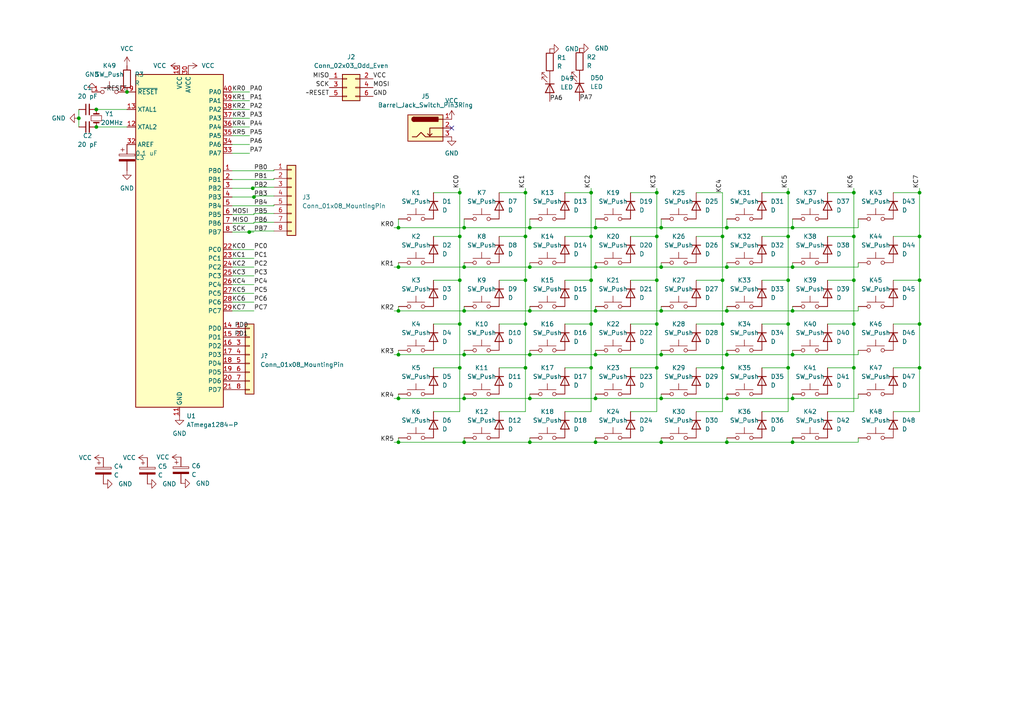
<source format=kicad_sch>
(kicad_sch (version 20211123) (generator eeschema)
  (paper "A4")
  (junction (at 247.65 106.68))
  (junction (at 229.87 90.17))
  (junction (at 22.86 34.29))
  (junction (at 210.82 115.57))
  (junction (at 210.82 128.27))
  (junction (at 152.4 93.98))
  (junction (at 171.45 106.68))
  (junction (at 73.66 57.15))
  (junction (at 228.6 81.28))
  (junction (at 152.4 68.58))
  (junction (at 228.6 55.88))
  (junction (at 229.87 66.04))
  (junction (at 266.7 81.28))
  (junction (at 191.77 66.04))
  (junction (at 172.72 66.04))
  (junction (at 209.55 81.28))
  (junction (at 133.35 55.88))
  (junction (at 115.57 90.17))
  (junction (at 209.55 106.68))
  (junction (at 247.65 68.58))
  (junction (at 115.57 77.47))
  (junction (at 172.72 102.87))
  (junction (at 228.6 93.98))
  (junction (at 171.45 93.98))
  (junction (at 210.82 90.17))
  (junction (at 171.45 81.28))
  (junction (at 134.62 90.17))
  (junction (at 152.4 55.88))
  (junction (at 247.65 55.88))
  (junction (at 266.7 93.98))
  (junction (at 134.62 102.87))
  (junction (at 172.72 128.27))
  (junction (at 27.94 31.75))
  (junction (at 171.45 55.88))
  (junction (at 210.82 66.04))
  (junction (at 191.77 77.47))
  (junction (at 229.87 77.47))
  (junction (at 133.35 68.58))
  (junction (at 115.57 66.04))
  (junction (at 229.87 115.57))
  (junction (at 115.57 102.87))
  (junction (at 134.62 77.47))
  (junction (at 190.5 81.28))
  (junction (at 73.3044 54.61))
  (junction (at 133.35 81.28))
  (junction (at 228.6 106.68))
  (junction (at 115.57 128.27))
  (junction (at 172.72 77.47))
  (junction (at 133.35 93.98))
  (junction (at 229.87 128.27))
  (junction (at 210.82 77.47))
  (junction (at 153.67 128.27))
  (junction (at 36.83 26.67))
  (junction (at 153.67 102.87))
  (junction (at 191.77 90.17))
  (junction (at 152.4 106.68))
  (junction (at 191.77 115.57))
  (junction (at 266.7 68.58))
  (junction (at 153.67 66.04))
  (junction (at 153.67 115.57))
  (junction (at 190.5 106.68))
  (junction (at 191.77 102.87))
  (junction (at 229.87 102.87))
  (junction (at 266.7 55.88))
  (junction (at 153.67 90.17))
  (junction (at 190.5 55.88))
  (junction (at 133.35 106.68))
  (junction (at 228.6 68.58))
  (junction (at 247.65 81.28))
  (junction (at 191.77 128.27))
  (junction (at 171.45 68.58))
  (junction (at 266.7 106.68))
  (junction (at 153.67 77.47))
  (junction (at 134.62 66.04))
  (junction (at 172.72 90.17))
  (junction (at 247.65 93.98))
  (junction (at 190.5 93.98))
  (junction (at 115.57 115.57))
  (junction (at 72.2884 67.31))
  (junction (at 27.94 36.83))
  (junction (at 134.62 128.27))
  (junction (at 210.82 102.87))
  (junction (at 172.72 115.57))
  (junction (at 209.55 93.98))
  (junction (at 190.5 68.58))
  (junction (at 134.62 115.57))
  (junction (at 152.4 81.28))
  (junction (at 209.55 68.58))
  (no_connect (at 131.0132 37.1348))
  (wire (pts (xy 191.77 63.5) (xy 191.77 66.04)))
  (wire (pts (xy 191.77 127) (xy 191.77 128.27)))
  (wire (pts (xy 144.78 68.58) (xy 152.4 68.58)))
  (wire (pts (xy 163.83 93.98) (xy 171.45 93.98)))
  (wire (pts (xy 134.62 66.04) (xy 153.67 66.04)))
  (wire (pts (xy 228.6 55.88) (xy 228.6 68.58)))
  (wire (pts (xy 115.57 88.9) (xy 115.57 90.17)))
  (wire (pts (xy 171.45 68.58) (xy 171.45 81.28)))
  (wire (pts (xy 73.66 57.15) (xy 73.66 57.2008)))
  (wire (pts (xy 209.55 55.88) (xy 209.55 68.58)))
  (wire (pts (xy 191.77 114.3) (xy 191.77 115.57)))
  (wire (pts (xy 182.88 119.38) (xy 190.5 119.38)))
  (wire (pts (xy 79.4512 67.0052) (xy 72.2884 67.0052)))
  (wire (pts (xy 240.03 106.68) (xy 247.65 106.68)))
  (wire (pts (xy 228.6 54.61) (xy 228.6 55.88)))
  (wire (pts (xy 133.35 55.88) (xy 133.35 68.58)))
  (wire (pts (xy 210.82 128.27) (xy 229.87 128.27)))
  (wire (pts (xy 210.82 63.5) (xy 210.82 66.04)))
  (wire (pts (xy 229.87 76.2) (xy 229.87 77.47)))
  (wire (pts (xy 240.03 55.88) (xy 247.65 55.88)))
  (wire (pts (xy 190.5 93.98) (xy 190.5 106.68)))
  (wire (pts (xy 67.31 67.31) (xy 72.2884 67.31)))
  (wire (pts (xy 153.67 63.5) (xy 153.67 66.04)))
  (wire (pts (xy 134.62 128.27) (xy 153.67 128.27)))
  (wire (pts (xy 190.5 55.88) (xy 190.5 68.58)))
  (wire (pts (xy 229.87 128.27) (xy 248.92 128.27)))
  (wire (pts (xy 153.67 88.9) (xy 153.67 90.17)))
  (wire (pts (xy 240.03 68.58) (xy 247.65 68.58)))
  (wire (pts (xy 144.78 55.88) (xy 152.4 55.88)))
  (wire (pts (xy 191.77 66.04) (xy 210.82 66.04)))
  (wire (pts (xy 115.57 101.6) (xy 115.57 102.87)))
  (wire (pts (xy 191.77 102.87) (xy 210.82 102.87)))
  (wire (pts (xy 172.72 88.9) (xy 172.72 90.17)))
  (wire (pts (xy 125.73 81.28) (xy 133.35 81.28)))
  (wire (pts (xy 67.31 90.17) (xy 73.66 90.17)))
  (wire (pts (xy 153.67 102.87) (xy 172.72 102.87)))
  (wire (pts (xy 153.67 90.17) (xy 172.72 90.17)))
  (wire (pts (xy 67.31 57.15) (xy 73.66 57.15)))
  (wire (pts (xy 266.7 81.28) (xy 266.7 93.98)))
  (wire (pts (xy 125.73 68.58) (xy 133.35 68.58)))
  (wire (pts (xy 153.67 114.3) (xy 153.67 115.57)))
  (wire (pts (xy 220.98 55.88) (xy 228.6 55.88)))
  (wire (pts (xy 171.45 93.98) (xy 171.45 106.68)))
  (wire (pts (xy 247.65 54.61) (xy 247.65 55.88)))
  (wire (pts (xy 67.31 36.83) (xy 72.39 36.83)))
  (wire (pts (xy 79.4512 61.9252) (xy 73.66 61.9252)))
  (wire (pts (xy 240.03 119.38) (xy 247.65 119.38)))
  (wire (pts (xy 248.92 88.9) (xy 248.92 90.17)))
  (wire (pts (xy 266.7 106.68) (xy 266.7 119.38)))
  (wire (pts (xy 133.35 106.68) (xy 133.35 119.38)))
  (wire (pts (xy 248.92 101.6) (xy 248.92 102.87)))
  (wire (pts (xy 67.31 54.61) (xy 73.3044 54.61)))
  (wire (pts (xy 229.87 127) (xy 229.87 128.27)))
  (wire (pts (xy 191.77 76.2) (xy 191.77 77.47)))
  (wire (pts (xy 229.87 90.17) (xy 248.92 90.17)))
  (wire (pts (xy 73.3044 54.61) (xy 73.66 54.61)))
  (wire (pts (xy 259.08 106.68) (xy 266.7 106.68)))
  (wire (pts (xy 152.4 81.28) (xy 152.4 93.98)))
  (wire (pts (xy 172.72 102.87) (xy 191.77 102.87)))
  (wire (pts (xy 67.31 52.07) (xy 79.4512 52.07)))
  (wire (pts (xy 191.77 90.17) (xy 210.82 90.17)))
  (wire (pts (xy 153.67 66.04) (xy 172.72 66.04)))
  (wire (pts (xy 172.72 127) (xy 172.72 128.27)))
  (wire (pts (xy 163.83 55.88) (xy 171.45 55.88)))
  (wire (pts (xy 67.31 85.09) (xy 73.66 85.09)))
  (wire (pts (xy 67.31 41.91) (xy 72.39 41.91)))
  (wire (pts (xy 228.6 93.98) (xy 228.6 106.68)))
  (wire (pts (xy 67.31 62.23) (xy 73.66 62.23)))
  (wire (pts (xy 210.82 101.6) (xy 210.82 102.87)))
  (wire (pts (xy 266.7 93.98) (xy 266.7 106.68)))
  (wire (pts (xy 247.65 68.58) (xy 247.65 81.28)))
  (wire (pts (xy 134.62 88.9) (xy 134.62 90.17)))
  (wire (pts (xy 134.62 115.57) (xy 153.67 115.57)))
  (wire (pts (xy 134.62 102.87) (xy 153.67 102.87)))
  (wire (pts (xy 114.3 90.17) (xy 115.57 90.17)))
  (wire (pts (xy 79.4512 52.07) (xy 79.4512 51.7652)))
  (wire (pts (xy 228.6 68.58) (xy 228.6 81.28)))
  (wire (pts (xy 134.62 77.47) (xy 153.67 77.47)))
  (wire (pts (xy 229.87 102.87) (xy 248.92 102.87)))
  (wire (pts (xy 134.62 127) (xy 134.62 128.27)))
  (wire (pts (xy 201.93 55.88) (xy 209.55 55.88)))
  (wire (pts (xy 210.82 77.47) (xy 229.87 77.47)))
  (wire (pts (xy 67.31 34.29) (xy 72.39 34.29)))
  (wire (pts (xy 67.31 31.75) (xy 72.39 31.75)))
  (wire (pts (xy 191.77 101.6) (xy 191.77 102.87)))
  (wire (pts (xy 144.78 93.98) (xy 152.4 93.98)))
  (wire (pts (xy 171.45 106.68) (xy 171.45 119.38)))
  (wire (pts (xy 266.7 68.58) (xy 266.7 81.28)))
  (wire (pts (xy 125.73 55.88) (xy 133.35 55.88)))
  (wire (pts (xy 73.66 64.4652) (xy 73.66 64.77)))
  (wire (pts (xy 163.83 119.38) (xy 171.45 119.38)))
  (wire (pts (xy 172.72 76.2) (xy 172.72 77.47)))
  (wire (pts (xy 163.83 106.68) (xy 171.45 106.68)))
  (wire (pts (xy 201.93 119.38) (xy 209.55 119.38)))
  (wire (pts (xy 191.77 77.47) (xy 210.82 77.47)))
  (wire (pts (xy 67.31 72.39) (xy 73.66 72.39)))
  (wire (pts (xy 67.31 87.63) (xy 73.66 87.63)))
  (wire (pts (xy 73.3044 54.3052) (xy 73.3044 54.61)))
  (wire (pts (xy 171.45 55.88) (xy 171.45 68.58)))
  (wire (pts (xy 182.88 55.88) (xy 190.5 55.88)))
  (wire (pts (xy 172.72 101.6) (xy 172.72 102.87)))
  (wire (pts (xy 172.72 63.5) (xy 172.72 66.04)))
  (wire (pts (xy 220.98 81.28) (xy 228.6 81.28)))
  (wire (pts (xy 144.78 106.68) (xy 152.4 106.68)))
  (wire (pts (xy 114.3 115.57) (xy 115.57 115.57)))
  (wire (pts (xy 67.31 59.69) (xy 79.4512 59.69)))
  (wire (pts (xy 79.4512 49.53) (xy 79.4512 49.2252)))
  (wire (pts (xy 190.5 68.58) (xy 190.5 81.28)))
  (wire (pts (xy 27.94 31.75) (xy 36.83 31.75)))
  (wire (pts (xy 248.92 76.2) (xy 248.92 77.47)))
  (wire (pts (xy 144.78 81.28) (xy 152.4 81.28)))
  (wire (pts (xy 248.92 114.3) (xy 248.92 115.57)))
  (wire (pts (xy 259.08 119.38) (xy 266.7 119.38)))
  (wire (pts (xy 114.3 66.04) (xy 115.57 66.04)))
  (wire (pts (xy 163.83 68.58) (xy 171.45 68.58)))
  (wire (pts (xy 210.82 127) (xy 210.82 128.27)))
  (wire (pts (xy 115.57 90.17) (xy 134.62 90.17)))
  (wire (pts (xy 247.65 93.98) (xy 247.65 106.68)))
  (wire (pts (xy 153.67 128.27) (xy 172.72 128.27)))
  (wire (pts (xy 210.82 115.57) (xy 229.87 115.57)))
  (wire (pts (xy 134.62 101.6) (xy 134.62 102.87)))
  (wire (pts (xy 114.3 128.27) (xy 115.57 128.27)))
  (wire (pts (xy 67.31 49.53) (xy 79.4512 49.53)))
  (wire (pts (xy 259.08 93.98) (xy 266.7 93.98)))
  (wire (pts (xy 22.86 34.29) (xy 22.86 36.83)))
  (wire (pts (xy 182.88 68.58) (xy 190.5 68.58)))
  (wire (pts (xy 209.55 81.28) (xy 209.55 93.98)))
  (wire (pts (xy 210.82 88.9) (xy 210.82 90.17)))
  (wire (pts (xy 247.65 106.68) (xy 247.65 119.38)))
  (wire (pts (xy 247.65 81.28) (xy 247.65 93.98)))
  (wire (pts (xy 115.57 128.27) (xy 134.62 128.27)))
  (wire (pts (xy 133.35 54.61) (xy 133.35 55.88)))
  (wire (pts (xy 163.83 81.28) (xy 171.45 81.28)))
  (wire (pts (xy 210.82 76.2) (xy 210.82 77.47)))
  (wire (pts (xy 153.67 76.2) (xy 153.67 77.47)))
  (wire (pts (xy 79.4512 54.3052) (xy 73.3044 54.3052)))
  (wire (pts (xy 190.5 54.61) (xy 190.5 55.88)))
  (wire (pts (xy 153.67 101.6) (xy 153.67 102.87)))
  (wire (pts (xy 191.77 115.57) (xy 210.82 115.57)))
  (wire (pts (xy 152.4 106.68) (xy 152.4 119.38)))
  (wire (pts (xy 133.35 68.58) (xy 133.35 81.28)))
  (wire (pts (xy 228.6 106.68) (xy 228.6 119.38)))
  (wire (pts (xy 115.57 77.47) (xy 134.62 77.47)))
  (wire (pts (xy 229.87 88.9) (xy 229.87 90.17)))
  (wire (pts (xy 125.73 119.38) (xy 133.35 119.38)))
  (wire (pts (xy 72.2884 67.31) (xy 73.66 67.31)))
  (wire (pts (xy 153.67 127) (xy 153.67 128.27)))
  (wire (pts (xy 153.67 77.47) (xy 172.72 77.47)))
  (wire (pts (xy 134.62 63.5) (xy 134.62 66.04)))
  (wire (pts (xy 229.87 63.5) (xy 229.87 66.04)))
  (wire (pts (xy 229.87 101.6) (xy 229.87 102.87)))
  (wire (pts (xy 210.82 90.17) (xy 229.87 90.17)))
  (wire (pts (xy 114.3 102.87) (xy 115.57 102.87)))
  (wire (pts (xy 152.4 68.58) (xy 152.4 81.28)))
  (wire (pts (xy 229.87 115.57) (xy 248.92 115.57)))
  (wire (pts (xy 190.5 81.28) (xy 190.5 93.98)))
  (wire (pts (xy 259.08 55.88) (xy 266.7 55.88)))
  (wire (pts (xy 115.57 102.87) (xy 134.62 102.87)))
  (wire (pts (xy 134.62 114.3) (xy 134.62 115.57)))
  (wire (pts (xy 67.31 64.77) (xy 73.66 64.77)))
  (wire (pts (xy 133.35 93.98) (xy 133.35 106.68)))
  (wire (pts (xy 152.4 93.98) (xy 152.4 106.68)))
  (wire (pts (xy 201.93 106.68) (xy 209.55 106.68)))
  (wire (pts (xy 248.92 127) (xy 248.92 128.27)))
  (wire (pts (xy 152.4 54.61) (xy 152.4 55.88)))
  (wire (pts (xy 172.72 77.47) (xy 191.77 77.47)))
  (wire (pts (xy 152.4 55.88) (xy 152.4 68.58)))
  (wire (pts (xy 73.66 61.9252) (xy 73.66 62.23)))
  (wire (pts (xy 240.03 93.98) (xy 247.65 93.98)))
  (wire (pts (xy 115.57 127) (xy 115.57 128.27)))
  (wire (pts (xy 67.31 82.55) (xy 73.66 82.55)))
  (wire (pts (xy 209.55 93.98) (xy 209.55 106.68)))
  (wire (pts (xy 67.31 26.67) (xy 72.39 26.67)))
  (wire (pts (xy 67.31 39.37) (xy 72.39 39.37)))
  (wire (pts (xy 209.55 106.68) (xy 209.55 119.38)))
  (wire (pts (xy 190.5 106.68) (xy 190.5 119.38)))
  (wire (pts (xy 67.31 74.93) (xy 73.66 74.93)))
  (wire (pts (xy 171.45 81.28) (xy 171.45 93.98)))
  (wire (pts (xy 182.88 106.68) (xy 190.5 106.68)))
  (wire (pts (xy 259.08 68.58) (xy 266.7 68.58)))
  (wire (pts (xy 134.62 76.2) (xy 134.62 77.47)))
  (wire (pts (xy 115.57 114.3) (xy 115.57 115.57)))
  (wire (pts (xy 172.72 114.3) (xy 172.72 115.57)))
  (wire (pts (xy 182.88 81.28) (xy 190.5 81.28)))
  (wire (pts (xy 172.72 115.57) (xy 191.77 115.57)))
  (wire (pts (xy 201.93 81.28) (xy 209.55 81.28)))
  (wire (pts (xy 201.93 93.98) (xy 209.55 93.98)))
  (wire (pts (xy 73.66 56.8452) (xy 73.66 57.15)))
  (wire (pts (xy 22.86 31.75) (xy 22.86 34.29)))
  (wire (pts (xy 67.31 44.45) (xy 72.39 44.45)))
  (wire (pts (xy 172.72 66.04) (xy 191.77 66.04)))
  (wire (pts (xy 259.08 81.28) (xy 266.7 81.28)))
  (wire (pts (xy 153.67 115.57) (xy 172.72 115.57)))
  (wire (pts (xy 229.87 114.3) (xy 229.87 115.57)))
  (wire (pts (xy 266.7 54.61) (xy 266.7 55.88)))
  (wire (pts (xy 220.98 93.98) (xy 228.6 93.98)))
  (wire (pts (xy 220.98 106.68) (xy 228.6 106.68)))
  (wire (pts (xy 229.87 77.47) (xy 248.92 77.47)))
  (wire (pts (xy 115.57 63.5) (xy 115.57 66.04)))
  (wire (pts (xy 228.6 81.28) (xy 228.6 93.98)))
  (wire (pts (xy 220.98 119.38) (xy 228.6 119.38)))
  (wire (pts (xy 247.65 55.88) (xy 247.65 68.58)))
  (wire (pts (xy 209.55 68.58) (xy 209.55 81.28)))
  (wire (pts (xy 79.4512 56.8452) (xy 73.66 56.8452)))
  (wire (pts (xy 79.4512 64.4652) (xy 73.66 64.4652)))
  (wire (pts (xy 67.31 77.47) (xy 73.66 77.47)))
  (wire (pts (xy 191.77 128.27) (xy 210.82 128.27)))
  (wire (pts (xy 67.31 29.21) (xy 72.39 29.21)))
  (wire (pts (xy 229.87 66.04) (xy 248.92 66.04)))
  (wire (pts (xy 210.82 102.87) (xy 229.87 102.87)))
  (wire (pts (xy 72.2884 67.0052) (xy 72.2884 67.31)))
  (wire (pts (xy 134.62 90.17) (xy 153.67 90.17)))
  (wire (pts (xy 144.78 119.38) (xy 152.4 119.38)))
  (wire (pts (xy 172.72 90.17) (xy 191.77 90.17)))
  (wire (pts (xy 201.93 68.58) (xy 209.55 68.58)))
  (wire (pts (xy 240.03 81.28) (xy 247.65 81.28)))
  (wire (pts (xy 114.3 77.47) (xy 115.57 77.47)))
  (wire (pts (xy 248.92 63.5) (xy 248.92 66.04)))
  (wire (pts (xy 125.73 106.68) (xy 133.35 106.68)))
  (wire (pts (xy 115.57 76.2) (xy 115.57 77.47)))
  (wire (pts (xy 79.4512 59.69) (xy 79.4512 59.3852)))
  (wire (pts (xy 220.98 68.58) (xy 228.6 68.58)))
  (wire (pts (xy 125.73 93.98) (xy 133.35 93.98)))
  (wire (pts (xy 210.82 66.04) (xy 229.87 66.04)))
  (wire (pts (xy 115.57 115.57) (xy 134.62 115.57)))
  (wire (pts (xy 115.57 66.04) (xy 134.62 66.04)))
  (wire (pts (xy 266.7 55.88) (xy 266.7 68.58)))
  (wire (pts (xy 27.94 36.83) (xy 36.83 36.83)))
  (wire (pts (xy 191.77 88.9) (xy 191.77 90.17)))
  (wire (pts (xy 172.72 128.27) (xy 191.77 128.27)))
  (wire (pts (xy 133.35 81.28) (xy 133.35 93.98)))
  (wire (pts (xy 210.82 114.3) (xy 210.82 115.57)))
  (wire (pts (xy 67.31 80.01) (xy 73.66 80.01)))
  (wire (pts (xy 171.45 54.61) (xy 171.45 55.88)))
  (wire (pts (xy 182.88 93.98) (xy 190.5 93.98)))
  (label "KC1" (at 152.4 54.61 90))
  (label "KC2" (at 67.31 77.47 0))
  (label "KR2" (at 114.3 90.17 180))
  (label "~RESET" (at 95.504 27.94 180))
  (label "PA6" (at 72.39 41.91 0))
  (label "PA4" (at 72.39 36.83 0))
  (label "PB3" (at 73.66 57.15 0))
  (label "KR3" (at 114.3 102.87 180))
  (label "PA7" (at 72.39 44.45 0))
  (label "PB2" (at 73.66 54.61 0))
  (label "PC4" (at 73.66 82.55 0))
  (label "PA2" (at 72.39 31.75 0))
  (label "KC1" (at 67.31 74.93 0))
  (label "MISO" (at 67.31 64.77 0))
  (label "~RESET" (at 36.83 26.67 180))
  (label "MOSI" (at 67.31 62.23 0))
  (label "PB7" (at 73.66 67.31 0))
  (label "KR0" (at 67.31 26.67 0))
  (label "KC6" (at 67.31 87.63 0))
  (label "KC7" (at 67.31 90.17 0))
  (label "PC6" (at 73.66 87.63 0))
  (label "KC3" (at 67.31 80.01 0))
  (label "PA6" (at 159.4612 29.4132 0))
  (label "PD1" (at 68.0212 97.79 0))
  (label "KR0" (at 114.3 66.04 180))
  (label "KC4" (at 209.55 55.88 90))
  (label "PB6" (at 73.66 64.77 0))
  (label "KR5" (at 114.3 128.27 180))
  (label "SCK" (at 95.504 25.4 180))
  (label "PC0" (at 73.66 72.39 0))
  (label "KR4" (at 67.31 36.83 0))
  (label "PA0" (at 72.39 26.67 0))
  (label "KR5" (at 67.31 39.37 0))
  (label "KC0" (at 67.31 72.39 0))
  (label "PC5" (at 73.66 85.09 0))
  (label "KC5" (at 67.31 85.09 0))
  (label "KC4" (at 67.31 82.55 0))
  (label "PD0" (at 68.072 95.25 0))
  (label "KC5" (at 228.6 54.61 90))
  (label "SCK" (at 67.31 67.31 0))
  (label "PC2" (at 73.66 77.47 0))
  (label "PB1" (at 73.66 52.07 0))
  (label "VCC" (at 108.204 22.86 0))
  (label "PC3" (at 73.66 80.01 0))
  (label "PC1" (at 73.66 74.93 0))
  (label "KR1" (at 114.3 77.47 180))
  (label "KR4" (at 114.3 115.57 180))
  (label "PA7" (at 168.0972 29.2608 0))
  (label "KR1" (at 67.31 29.21 0))
  (label "KC2" (at 171.45 54.61 90))
  (label "KC0" (at 133.35 54.61 90))
  (label "PA1" (at 72.39 29.21 0))
  (label "PC7" (at 73.66 90.17 0))
  (label "MOSI" (at 108.204 25.4 0))
  (label "KR2" (at 67.31 31.75 0))
  (label "PB0" (at 73.66 49.53 0))
  (label "PA5" (at 72.39 39.37 0))
  (label "PB5" (at 73.66 62.23 0))
  (label "MISO" (at 95.504 22.86 180))
  (label "PA3" (at 72.39 34.29 0))
  (label "KC7" (at 266.7 54.61 90))
  (label "GND" (at 108.204 27.94 0))
  (label "PB4" (at 73.66 59.69 0))
  (label "KC6" (at 247.65 54.61 90))
  (label "KC3" (at 190.5 54.61 90))
  (label "KR3" (at 67.31 34.29 0))
  (symbol (lib_id "Switch:SW_Push") (at 234.95 88.9 0) (unit 1)
    (property "Reference" "K39" (at 234.95 81.28 0))
    (property "Value" "SW_Push" (at 234.95 83.82 0))
    (property "Footprint" "Button_Switch_Keyboard:SW_Cherry_MX_1.00u_PCB" (effects hide))
  )
  (symbol (lib_id "Device:D") (at 240.03 97.79 270) (unit 1)
    (property "Reference" "D40" (at 242.57 96.5199 90) (effects (justify left)))
    (property "Value" "D" (at 242.57 99.0599 90) (effects (justify left)))
    (property "Footprint" "Diode_THT:D_DO-41_SOD81_P7.62mm_Horizontal" (effects hide))
  )
  (symbol (lib_id "Device:D") (at 125.73 123.19 270) (unit 1)
    (property "Reference" "D6" (at 128.27 121.9199 90) (effects (justify left)))
    (property "Value" "D" (at 128.27 124.4599 90) (effects (justify left)))
    (property "Footprint" "Diode_THT:D_DO-41_SOD81_P7.62mm_Horizontal" (effects hide))
  )
  (symbol (lib_id "Device:LED") (at 159.4612 25.6032 270) (unit 1)
    (property "Reference" "D49" (at 162.56 22.7456 90) (effects (justify left)))
    (property "Value" "LED" (at 162.56 25.2856 90) (effects (justify left)))
    (property "Footprint" "LED_THT:LED_D5.0mm_Clear" (effects hide))
  )
  (symbol (lib_id "power:VCC") (at 29.972 132.7404 90) (unit 1)
    (property "Reference" "#PWR0111" (effects hide))
    (property "Value" "VCC" (at 26.67 132.7403 90) (effects (justify left)))
  )
  (symbol (lib_id "Switch:SW_Push") (at 215.9 88.9 0) (unit 1)
    (property "Reference" "K33" (at 215.9 81.28 0))
    (property "Value" "SW_Push" (at 215.9 83.82 0))
    (property "Footprint" "Button_Switch_Keyboard:SW_Cherry_MX_1.00u_PCB" (effects hide))
  )
  (symbol (lib_id "Device:D") (at 259.08 97.79 270) (unit 1)
    (property "Reference" "D46" (at 261.62 96.5199 90) (effects (justify left)))
    (property "Value" "D" (at 261.62 99.0599 90) (effects (justify left)))
    (property "Footprint" "Diode_THT:D_DO-41_SOD81_P7.62mm_Horizontal" (effects hide))
  )
  (symbol (lib_id "Device:D") (at 144.78 85.09 270) (unit 1)
    (property "Reference" "D9" (at 147.32 83.8199 90) (effects (justify left)))
    (property "Value" "D" (at 147.32 86.3599 90) (effects (justify left)))
    (property "Footprint" "Diode_THT:D_DO-41_SOD81_P7.62mm_Horizontal" (effects hide))
  )
  (symbol (lib_id "Switch:SW_Push") (at 215.9 63.5 0) (unit 1)
    (property "Reference" "K31" (at 215.9 55.88 0))
    (property "Value" "SW_Push" (at 215.9 58.42 0))
    (property "Footprint" "Button_Switch_Keyboard:SW_Cherry_MX_1.00u_PCB" (effects hide))
  )
  (symbol (lib_id "power:GND") (at 36.83 49.53 0) (unit 1)
    (property "Reference" "#PWR0105" (effects hide))
    (property "Value" "GND" (at 36.83 54.61 0))
  )
  (symbol (lib_id "Device:D") (at 240.03 85.09 270) (unit 1)
    (property "Reference" "D39" (at 242.57 83.8199 90) (effects (justify left)))
    (property "Value" "D" (at 242.57 86.3599 90) (effects (justify left)))
    (property "Footprint" "Diode_THT:D_DO-41_SOD81_P7.62mm_Horizontal" (effects hide))
  )
  (symbol (lib_id "Switch:SW_Push") (at 120.65 76.2 0) (unit 1)
    (property "Reference" "K2" (at 120.65 68.58 0))
    (property "Value" "SW_Push" (at 120.65 71.12 0))
    (property "Footprint" "Button_Switch_Keyboard:SW_Cherry_MX_1.00u_PCB" (effects hide))
  )
  (symbol (lib_id "Device:C_Small") (at 25.4 36.83 90) (unit 1)
    (property "Reference" "C2" (at 25.4 39.37 90))
    (property "Value" "20 pF" (at 25.4 41.91 90))
    (property "Footprint" "Capacitor_THT:C_Disc_D3.0mm_W1.6mm_P2.50mm" (effects hide))
  )
  (symbol (lib_id "Device:LED") (at 168.0972 25.4508 270) (unit 1)
    (property "Reference" "D50" (at 171.196 22.5932 90) (effects (justify left)))
    (property "Value" "LED" (at 171.196 25.1332 90) (effects (justify left)))
    (property "Footprint" "LED_THT:LED_D5.0mm_Clear" (effects hide))
  )
  (symbol (lib_id "power:VCC") (at 52.4764 132.588 90) (unit 1)
    (property "Reference" "#PWR0109" (effects hide))
    (property "Value" "VCC" (at 49.1744 132.5879 90) (effects (justify left)))
  )
  (symbol (lib_id "power:GND") (at 159.4612 14.1732 90) (unit 1)
    (property "Reference" "#PWR0115" (effects hide))
    (property "Value" "GND" (at 163.83 14.1731 90) (effects (justify right)))
  )
  (symbol (lib_id "Device:D") (at 259.08 72.39 270) (unit 1)
    (property "Reference" "D44" (at 261.62 71.1199 90) (effects (justify left)))
    (property "Value" "D" (at 261.62 73.6599 90) (effects (justify left)))
    (property "Footprint" "Diode_THT:D_DO-41_SOD81_P7.62mm_Horizontal" (effects hide))
  )
  (symbol (lib_id "Switch:SW_Push") (at 254 63.5 0) (unit 1)
    (property "Reference" "K43" (at 254 55.88 0))
    (property "Value" "SW_Push" (at 254 58.42 0))
    (property "Footprint" "Button_Switch_Keyboard:SW_Cherry_MX_1.00u_PCB" (effects hide))
  )
  (symbol (lib_id "Device:D") (at 259.08 110.49 270) (unit 1)
    (property "Reference" "D47" (at 261.62 109.2199 90) (effects (justify left)))
    (property "Value" "D" (at 261.62 111.7599 90) (effects (justify left)))
    (property "Footprint" "Diode_THT:D_DO-41_SOD81_P7.62mm_Horizontal" (effects hide))
  )
  (symbol (lib_id "Switch:SW_Push") (at 234.95 101.6 0) (unit 1)
    (property "Reference" "K40" (at 234.95 93.98 0))
    (property "Value" "SW_Push" (at 234.95 96.52 0))
    (property "Footprint" "Button_Switch_Keyboard:SW_Cherry_MX_1.00u_PCB" (effects hide))
  )
  (symbol (lib_id "Switch:SW_Push") (at 177.8 127 0) (unit 1)
    (property "Reference" "K24" (at 177.8 119.38 0))
    (property "Value" "SW_Push" (at 177.8 121.92 0))
    (property "Footprint" "Button_Switch_Keyboard:SW_Cherry_MX_1.00u_PCB" (effects hide))
  )
  (symbol (lib_id "Switch:SW_Push") (at 234.95 63.5 0) (unit 1)
    (property "Reference" "K37" (at 234.95 55.88 0))
    (property "Value" "SW_Push" (at 234.95 58.42 0))
    (property "Footprint" "Button_Switch_Keyboard:SW_Cherry_MX_1.00u_PCB" (effects hide))
  )
  (symbol (lib_id "Switch:SW_Push") (at 196.85 127 0) (unit 1)
    (property "Reference" "K30" (at 196.85 119.38 0))
    (property "Value" "SW_Push" (at 196.85 121.92 0))
    (property "Footprint" "Button_Switch_Keyboard:SW_Cherry_MX_1.00u_PCB" (effects hide))
  )
  (symbol (lib_id "power:GND") (at 52.4764 140.208 90) (unit 1)
    (property "Reference" "#PWR0108" (effects hide))
    (property "Value" "GND" (at 56.7944 140.2079 90) (effects (justify right)))
  )
  (symbol (lib_id "Device:D") (at 201.93 110.49 270) (unit 1)
    (property "Reference" "D29" (at 204.47 109.2199 90) (effects (justify left)))
    (property "Value" "D" (at 204.47 111.7599 90) (effects (justify left)))
    (property "Footprint" "Diode_THT:D_DO-41_SOD81_P7.62mm_Horizontal" (effects hide))
  )
  (symbol (lib_id "MCU_Microchip_ATmega:ATmega1284-P") (at 52.07 69.85 0) (unit 1)
    (property "Reference" "U1" (at 54.0894 120.65 0) (effects (justify left)))
    (property "Value" "ATmega1284-P" (at 54.0894 123.19 0) (effects (justify left)))
    (property "Footprint" "Package_DIP:DIP-40_W15.24mm_Socket" (effects hide))
    (property "Datasheet" "http://ww1.microchip.com/downloads/en/DeviceDoc/Atmel-8272-8-bit-AVR-microcontroller-ATmega164A_PA-324A_PA-644A_PA-1284_P_datasheet.pdf" (effects hide))
  )
  (symbol (lib_id "Device:D") (at 201.93 123.19 270) (unit 1)
    (property "Reference" "D30" (at 204.47 121.9199 90) (effects (justify left)))
    (property "Value" "D" (at 204.47 124.4599 90) (effects (justify left)))
    (property "Footprint" "Diode_THT:D_DO-41_SOD81_P7.62mm_Horizontal" (effects hide))
  )
  (symbol (lib_id "Device:D") (at 240.03 59.69 270) (unit 1)
    (property "Reference" "D37" (at 242.57 58.4199 90) (effects (justify left)))
    (property "Value" "D" (at 242.57 60.9599 90) (effects (justify left)))
    (property "Footprint" "Diode_THT:D_DO-41_SOD81_P7.62mm_Horizontal" (effects hide))
  )
  (symbol (lib_id "Connector_Generic:Conn_01x08") (at 84.5312 56.8452 0) (unit 1)
    (property "Reference" "J3" (at 87.63 57.2007 0) (effects (justify left)))
    (property "Value" "Conn_01x08_MountingPin" (at 87.63 59.7407 0) (effects (justify left)))
    (property "Footprint" "Connector_PinHeader_2.54mm:PinHeader_1x08_P2.54mm_Vertical" (effects hide))
  )
  (symbol (lib_id "Switch:SW_Push") (at 196.85 63.5 0) (unit 1)
    (property "Reference" "K25" (at 196.85 55.88 0))
    (property "Value" "SW_Push" (at 196.85 58.42 0))
    (property "Footprint" "Button_Switch_Keyboard:SW_Cherry_MX_1.00u_PCB" (effects hide))
  )
  (symbol (lib_id "Switch:SW_Push") (at 120.65 101.6 0) (unit 1)
    (property "Reference" "K4" (at 120.65 93.98 0))
    (property "Value" "SW_Push" (at 120.65 96.52 0))
    (property "Footprint" "Button_Switch_Keyboard:SW_Cherry_MX_1.00u_PCB" (effects hide))
  )
  (symbol (lib_id "Switch:SW_Push") (at 120.65 63.5 0) (unit 1)
    (property "Reference" "K1" (at 120.65 55.88 0))
    (property "Value" "SW_Push" (at 120.65 58.42 0))
    (property "Footprint" "Button_Switch_Keyboard:SW_Cherry_MX_1.00u_PCB" (effects hide))
  )
  (symbol (lib_id "Device:D") (at 220.98 72.39 270) (unit 1)
    (property "Reference" "D32" (at 223.52 71.1199 90) (effects (justify left)))
    (property "Value" "D" (at 223.52 73.6599 90) (effects (justify left)))
    (property "Footprint" "Diode_THT:D_DO-41_SOD81_P7.62mm_Horizontal" (effects hide))
  )
  (symbol (lib_id "power:GND") (at 52.07 120.65 0) (unit 1)
    (property "Reference" "#PWR0101" (effects hide))
    (property "Value" "GND" (at 52.07 125.73 0))
  )
  (symbol (lib_id "power:VCC") (at 52.07 19.05 90) (unit 1)
    (property "Reference" "#PWR0102" (effects hide))
    (property "Value" "VCC" (at 48.26 19.0499 90) (effects (justify left)))
  )
  (symbol (lib_id "Device:D") (at 144.78 110.49 270) (unit 1)
    (property "Reference" "D11" (at 147.32 109.2199 90) (effects (justify left)))
    (property "Value" "D" (at 147.32 111.7599 90) (effects (justify left)))
    (property "Footprint" "Diode_THT:D_DO-41_SOD81_P7.62mm_Horizontal" (effects hide))
  )
  (symbol (lib_id "Switch:SW_Push") (at 120.65 114.3 0) (unit 1)
    (property "Reference" "K5" (at 120.65 106.68 0))
    (property "Value" "SW_Push" (at 120.65 109.22 0))
    (property "Footprint" "Button_Switch_Keyboard:SW_Cherry_MX_1.00u_PCB" (effects hide))
  )
  (symbol (lib_id "Switch:SW_Push") (at 254 114.3 0) (unit 1)
    (property "Reference" "K47" (at 254 106.68 0))
    (property "Value" "SW_Push" (at 254 109.22 0))
    (property "Footprint" "Button_Switch_Keyboard:SW_Cherry_MX_1.00u_PCB" (effects hide))
  )
  (symbol (lib_id "Device:D") (at 163.83 85.09 270) (unit 1)
    (property "Reference" "D15" (at 166.37 83.8199 90) (effects (justify left)))
    (property "Value" "D" (at 166.37 86.3599 90) (effects (justify left)))
    (property "Footprint" "Diode_THT:D_DO-41_SOD81_P7.62mm_Horizontal" (effects hide))
  )
  (symbol (lib_id "Switch:SW_Push") (at 120.65 88.9 0) (unit 1)
    (property "Reference" "K3" (at 120.65 81.28 0))
    (property "Value" "SW_Push" (at 120.65 83.82 0))
    (property "Footprint" "Button_Switch_Keyboard:SW_Cherry_MX_1.00u_PCB" (effects hide))
  )
  (symbol (lib_id "Switch:SW_Push") (at 215.9 127 0) (unit 1)
    (property "Reference" "K36" (at 215.9 119.38 0))
    (property "Value" "SW_Push" (at 215.9 121.92 0))
    (property "Footprint" "Button_Switch_Keyboard:SW_Cherry_MX_1.00u_PCB" (effects hide))
  )
  (symbol (lib_id "Device:D") (at 144.78 123.19 270) (unit 1)
    (property "Reference" "D12" (at 147.32 121.9199 90) (effects (justify left)))
    (property "Value" "D" (at 147.32 124.4599 90) (effects (justify left)))
    (property "Footprint" "Diode_THT:D_DO-41_SOD81_P7.62mm_Horizontal" (effects hide))
  )
  (symbol (lib_id "power:GND") (at 29.972 140.3604 90) (unit 1)
    (property "Reference" "#PWR0112" (effects hide))
    (property "Value" "GND" (at 34.29 140.3603 90) (effects (justify right)))
  )
  (symbol (lib_id "Switch:SW_Push") (at 158.75 114.3 0) (unit 1)
    (property "Reference" "K17" (at 158.75 106.68 0))
    (property "Value" "SW_Push" (at 158.75 109.22 0))
    (property "Footprint" "Button_Switch_Keyboard:SW_Cherry_MX_1.00u_PCB" (effects hide))
  )
  (symbol (lib_id "Device:D") (at 259.08 85.09 270) (unit 1)
    (property "Reference" "D45" (at 261.62 83.8199 90) (effects (justify left)))
    (property "Value" "D" (at 261.62 86.3599 90) (effects (justify left)))
    (property "Footprint" "Diode_THT:D_DO-41_SOD81_P7.62mm_Horizontal" (effects hide))
  )
  (symbol (lib_id "Device:D") (at 163.83 110.49 270) (unit 1)
    (property "Reference" "D17" (at 166.37 109.2199 90) (effects (justify left)))
    (property "Value" "D" (at 166.37 111.7599 90) (effects (justify left)))
    (property "Footprint" "Diode_THT:D_DO-41_SOD81_P7.62mm_Horizontal" (effects hide))
  )
  (symbol (lib_id "Device:C_Polarized") (at 52.4764 136.398 0) (unit 1)
    (property "Reference" "C6" (at 55.5244 135.1279 0) (effects (justify left)))
    (property "Value" "C" (at 55.5244 137.6679 0) (effects (justify left)))
    (property "Footprint" "Capacitor_THT:CP_Radial_D5.0mm_P2.00mm" (effects hide))
  )
  (symbol (lib_id "Switch:SW_Push") (at 120.65 127 0) (unit 1)
    (property "Reference" "K6" (at 120.65 119.38 0))
    (property "Value" "SW_Push" (at 120.65 121.92 0))
    (property "Footprint" "Button_Switch_Keyboard:SW_Cherry_MX_1.00u_PCB" (effects hide))
  )
  (symbol (lib_id "Device:D") (at 125.73 110.49 270) (unit 1)
    (property "Reference" "D5" (at 128.27 109.2199 90) (effects (justify left)))
    (property "Value" "D" (at 128.27 111.7599 90) (effects (justify left)))
    (property "Footprint" "Diode_THT:D_DO-41_SOD81_P7.62mm_Horizontal" (effects hide))
  )
  (symbol (lib_id "Device:D") (at 220.98 59.69 270) (unit 1)
    (property "Reference" "D31" (at 223.52 58.4199 90) (effects (justify left)))
    (property "Value" "D" (at 223.52 60.9599 90) (effects (justify left)))
    (property "Footprint" "Diode_THT:D_DO-41_SOD81_P7.62mm_Horizontal" (effects hide))
  )
  (symbol (lib_id "power:VCC") (at 36.83 19.05 0) (unit 1)
    (property "Reference" "#PWR0117" (effects hide))
    (property "Value" "VCC" (at 36.83 14.1224 0))
  )
  (symbol (lib_id "Device:R") (at 168.0972 17.8308 0) (unit 1)
    (property "Reference" "R2" (at 170.18 16.5607 0) (effects (justify left)))
    (property "Value" "R" (at 170.18 19.1007 0) (effects (justify left)))
    (property "Footprint" "Resistor_THT:R_Axial_DIN0204_L3.6mm_D1.6mm_P5.08mm_Horizontal" (effects hide))
  )
  (symbol (lib_id "Switch:SW_Push") (at 177.8 88.9 0) (unit 1)
    (property "Reference" "K21" (at 177.8 81.28 0))
    (property "Value" "SW_Push" (at 177.8 83.82 0))
    (property "Footprint" "Button_Switch_Keyboard:SW_Cherry_MX_1.00u_PCB" (effects hide))
  )
  (symbol (lib_id "Device:D") (at 182.88 123.19 270) (unit 1)
    (property "Reference" "D24" (at 185.42 121.9199 90) (effects (justify left)))
    (property "Value" "D" (at 185.42 124.4599 90) (effects (justify left)))
    (property "Footprint" "Diode_THT:D_DO-41_SOD81_P7.62mm_Horizontal" (effects hide))
  )
  (symbol (lib_id "Device:D") (at 259.08 59.69 270) (unit 1)
    (property "Reference" "D43" (at 261.62 58.4199 90) (effects (justify left)))
    (property "Value" "D" (at 261.62 60.9599 90) (effects (justify left)))
    (property "Footprint" "Diode_THT:D_DO-41_SOD81_P7.62mm_Horizontal" (effects hide))
  )
  (symbol (lib_id "Switch:SW_Push") (at 139.7 88.9 0) (unit 1)
    (property "Reference" "K9" (at 139.7 81.28 0))
    (property "Value" "SW_Push" (at 139.7 83.82 0))
    (property "Footprint" "Button_Switch_Keyboard:SW_Cherry_MX_1.00u_PCB" (effects hide))
  )
  (symbol (lib_id "Device:D") (at 163.83 97.79 270) (unit 1)
    (property "Reference" "D16" (at 166.37 96.5199 90) (effects (justify left)))
    (property "Value" "D" (at 166.37 99.0599 90) (effects (justify left)))
    (property "Footprint" "Diode_THT:D_DO-41_SOD81_P7.62mm_Horizontal" (effects hide))
  )
  (symbol (lib_id "Switch:SW_Push") (at 139.7 114.3 0) (unit 1)
    (property "Reference" "K11" (at 139.7 106.68 0))
    (property "Value" "SW_Push" (at 139.7 109.22 0))
    (property "Footprint" "Button_Switch_Keyboard:SW_Cherry_MX_1.00u_PCB" (effects hide))
  )
  (symbol (lib_id "power:VCC") (at 42.7417 132.7404 90) (unit 1)
    (property "Reference" "#PWR0110" (effects hide))
    (property "Value" "VCC" (at 39.4397 132.7403 90) (effects (justify left)))
  )
  (symbol (lib_id "Device:D") (at 125.73 72.39 270) (unit 1)
    (property "Reference" "D2" (at 128.27 71.1199 90) (effects (justify left)))
    (property "Value" "D" (at 128.27 73.6599 90) (effects (justify left)))
    (property "Footprint" "Diode_THT:D_DO-41_SOD81_P7.62mm_Horizontal" (effects hide))
  )
  (symbol (lib_id "Device:D") (at 220.98 85.09 270) (unit 1)
    (property "Reference" "D33" (at 223.52 83.8199 90) (effects (justify left)))
    (property "Value" "D" (at 223.52 86.3599 90) (effects (justify left)))
    (property "Footprint" "Diode_THT:D_DO-41_SOD81_P7.62mm_Horizontal" (effects hide))
  )
  (symbol (lib_id "Connector_Generic:Conn_02x03_Odd_Even") (at 100.584 25.4 0) (unit 1)
    (property "Reference" "J2" (at 101.854 16.51 0))
    (property "Value" "Conn_02x03_Odd_Even" (at 101.854 19.05 0))
    (property "Footprint" "Connector_PinHeader_2.54mm:PinHeader_2x03_P2.54mm_Vertical" (effects hide))
  )
  (symbol (lib_id "Switch:SW_Push") (at 254 76.2 0) (unit 1)
    (property "Reference" "K44" (at 254 68.58 0))
    (property "Value" "SW_Push" (at 254 71.12 0))
    (property "Footprint" "Button_Switch_Keyboard:SW_Cherry_MX_1.00u_PCB" (effects hide))
  )
  (symbol (lib_id "Device:D") (at 125.73 85.09 270) (unit 1)
    (property "Reference" "D3" (at 128.27 83.8199 90) (effects (justify left)))
    (property "Value" "D" (at 128.27 86.3599 90) (effects (justify left)))
    (property "Footprint" "Diode_THT:D_DO-41_SOD81_P7.62mm_Horizontal" (effects hide))
  )
  (symbol (lib_id "Device:D") (at 163.83 59.69 270) (unit 1)
    (property "Reference" "D13" (at 166.37 58.4199 90) (effects (justify left)))
    (property "Value" "D" (at 166.37 60.9599 90) (effects (justify left)))
    (property "Footprint" "Diode_THT:D_DO-41_SOD81_P7.62mm_Horizontal" (effects hide))
  )
  (symbol (lib_id "Device:D") (at 125.73 59.69 270) (unit 1)
    (property "Reference" "D1" (at 128.27 58.4199 90) (effects (justify left)))
    (property "Value" "D" (at 128.27 60.9599 90) (effects (justify left)))
    (property "Footprint" "Diode_THT:D_DO-41_SOD81_P7.62mm_Horizontal" (effects hide))
  )
  (symbol (lib_id "Connector_Generic:Conn_01x08") (at 72.39 102.87 0) (unit 1)
    (property "Reference" "J?" (at 75.4888 103.2255 0) (effects (justify left)))
    (property "Value" "Conn_01x08_MountingPin" (at 75.4888 105.7655 0) (effects (justify left)))
    (property "Footprint" "Connector_PinHeader_2.54mm:PinHeader_1x08_P2.54mm_Vertical" (effects hide))
  )
  (symbol (lib_id "Switch:SW_Push") (at 158.75 88.9 0) (unit 1)
    (property "Reference" "K15" (at 158.75 81.28 0))
    (property "Value" "SW_Push" (at 158.75 83.82 0))
    (property "Footprint" "Button_Switch_Keyboard:SW_Cherry_MX_1.00u_PCB" (effects hide))
  )
  (symbol (lib_id "Switch:SW_Push") (at 254 127 0) (unit 1)
    (property "Reference" "K48" (at 254 119.38 0))
    (property "Value" "SW_Push" (at 254 121.92 0))
    (property "Footprint" "Button_Switch_Keyboard:SW_Cherry_MX_1.00u_PCB" (effects hide))
  )
  (symbol (lib_id "Device:D") (at 163.83 72.39 270) (unit 1)
    (property "Reference" "D14" (at 166.37 71.1199 90) (effects (justify left)))
    (property "Value" "D" (at 166.37 73.6599 90) (effects (justify left)))
    (property "Footprint" "Diode_THT:D_DO-41_SOD81_P7.62mm_Horizontal" (effects hide))
  )
  (symbol (lib_id "Switch:SW_Push") (at 139.7 76.2 0) (unit 1)
    (property "Reference" "K8" (at 139.7 68.58 0))
    (property "Value" "SW_Push" (at 139.7 71.12 0))
    (property "Footprint" "Button_Switch_Keyboard:SW_Cherry_MX_1.00u_PCB" (effects hide))
  )
  (symbol (lib_id "Switch:SW_Push") (at 215.9 114.3 0) (unit 1)
    (property "Reference" "K35" (at 215.9 106.68 0))
    (property "Value" "SW_Push" (at 215.9 109.22 0))
    (property "Footprint" "Button_Switch_Keyboard:SW_Cherry_MX_1.00u_PCB" (effects hide))
  )
  (symbol (lib_id "Switch:SW_Push") (at 177.8 63.5 0) (unit 1)
    (property "Reference" "K19" (at 177.8 55.88 0))
    (property "Value" "SW_Push" (at 177.8 58.42 0))
    (property "Footprint" "Button_Switch_Keyboard:SW_Cherry_MX_1.00u_PCB" (effects hide))
  )
  (symbol (lib_id "Switch:SW_Push") (at 158.75 63.5 0) (unit 1)
    (property "Reference" "K13" (at 158.75 55.88 0))
    (property "Value" "SW_Push" (at 158.75 58.42 0))
    (property "Footprint" "Button_Switch_Keyboard:SW_Cherry_MX_1.00u_PCB" (effects hide))
  )
  (symbol (lib_id "power:GND") (at 131.0132 39.6748 0) (unit 1)
    (property "Reference" "#PWR0114" (effects hide))
    (property "Value" "GND" (at 131.0132 44.45 0))
  )
  (symbol (lib_id "Device:D") (at 259.08 123.19 270) (unit 1)
    (property "Reference" "D48" (at 261.62 121.9199 90) (effects (justify left)))
    (property "Value" "D" (at 261.62 124.4599 90) (effects (justify left)))
    (property "Footprint" "Diode_THT:D_DO-41_SOD81_P7.62mm_Horizontal" (effects hide))
  )
  (symbol (lib_id "Switch:SW_Push") (at 139.7 127 0) (unit 1)
    (property "Reference" "K12" (at 139.7 119.38 0))
    (property "Value" "SW_Push" (at 139.7 121.92 0))
    (property "Footprint" "Button_Switch_Keyboard:SW_Cherry_MX_1.00u_PCB" (effects hide))
  )
  (symbol (lib_id "Device:D") (at 220.98 123.19 270) (unit 1)
    (property "Reference" "D36" (at 223.52 121.9199 90) (effects (justify left)))
    (property "Value" "D" (at 223.52 124.4599 90) (effects (justify left)))
    (property "Footprint" "Diode_THT:D_DO-41_SOD81_P7.62mm_Horizontal" (effects hide))
  )
  (symbol (lib_id "power:VCC") (at 131.0132 34.5948 0) (unit 1)
    (property "Reference" "#PWR0113" (effects hide))
    (property "Value" "VCC" (at 131.0132 29.21 0))
  )
  (symbol (lib_id "Switch:SW_Push") (at 177.8 76.2 0) (unit 1)
    (property "Reference" "K20" (at 177.8 68.58 0))
    (property "Value" "SW_Push" (at 177.8 71.12 0))
    (property "Footprint" "Button_Switch_Keyboard:SW_Cherry_MX_1.00u_PCB" (effects hide))
  )
  (symbol (lib_id "Device:D") (at 182.88 59.69 270) (unit 1)
    (property "Reference" "D19" (at 185.42 58.4199 90) (effects (justify left)))
    (property "Value" "D" (at 185.42 60.9599 90) (effects (justify left)))
    (property "Footprint" "Diode_THT:D_DO-41_SOD81_P7.62mm_Horizontal" (effects hide))
  )
  (symbol (lib_id "Switch:SW_Push") (at 158.75 127 0) (unit 1)
    (property "Reference" "K18" (at 158.75 119.38 0))
    (property "Value" "SW_Push" (at 158.75 121.92 0))
    (property "Footprint" "Button_Switch_Keyboard:SW_Cherry_MX_1.00u_PCB" (effects hide))
  )
  (symbol (lib_id "Switch:SW_Push") (at 196.85 88.9 0) (unit 1)
    (property "Reference" "K27" (at 196.85 81.28 0))
    (property "Value" "SW_Push" (at 196.85 83.82 0))
    (property "Footprint" "Button_Switch_Keyboard:SW_Cherry_MX_1.00u_PCB" (effects hide))
  )
  (symbol (lib_id "Switch:SW_Push") (at 139.7 63.5 0) (unit 1)
    (property "Reference" "K7" (at 139.7 55.88 0))
    (property "Value" "SW_Push" (at 139.7 58.42 0))
    (property "Footprint" "Button_Switch_Keyboard:SW_Cherry_MX_1.00u_PCB" (effects hide))
  )
  (symbol (lib_id "power:GND") (at 42.7417 140.3604 90) (unit 1)
    (property "Reference" "#PWR0107" (effects hide))
    (property "Value" "GND" (at 47.0597 140.3603 90) (effects (justify right)))
  )
  (symbol (lib_id "Device:D") (at 144.78 59.69 270) (unit 1)
    (property "Reference" "D7" (at 147.32 58.4199 90) (effects (justify left)))
    (property "Value" "D" (at 147.32 60.9599 90) (effects (justify left)))
    (property "Footprint" "Diode_THT:D_DO-41_SOD81_P7.62mm_Horizontal" (effects hide))
  )
  (symbol (lib_id "Device:D") (at 220.98 110.49 270) (unit 1)
    (property "Reference" "D35" (at 223.52 109.2199 90) (effects (justify left)))
    (property "Value" "D" (at 223.52 111.7599 90) (effects (justify left)))
    (property "Footprint" "Diode_THT:D_DO-41_SOD81_P7.62mm_Horizontal" (effects hide))
  )
  (symbol (lib_id "Switch:SW_Push") (at 215.9 101.6 0) (unit 1)
    (property "Reference" "K34" (at 215.9 93.98 0))
    (property "Value" "SW_Push" (at 215.9 96.52 0))
    (property "Footprint" "Button_Switch_Keyboard:SW_Cherry_MX_1.00u_PCB" (effects hide))
  )
  (symbol (lib_id "Switch:SW_Push") (at 215.9 76.2 0) (unit 1)
    (property "Reference" "K32" (at 215.9 68.58 0))
    (property "Value" "SW_Push" (at 215.9 71.12 0))
    (property "Footprint" "Button_Switch_Keyboard:SW_Cherry_MX_1.00u_PCB" (effects hide))
  )
  (symbol (lib_id "Switch:SW_Push") (at 196.85 101.6 0) (unit 1)
    (property "Reference" "K28" (at 196.85 93.98 0))
    (property "Value" "SW_Push" (at 196.85 96.52 0))
    (property "Footprint" "Button_Switch_Keyboard:SW_Cherry_MX_1.00u_PCB" (effects hide))
  )
  (symbol (lib_id "Device:D") (at 240.03 110.49 270) (unit 1)
    (property "Reference" "D41" (at 242.57 109.2199 90) (effects (justify left)))
    (property "Value" "D" (at 242.57 111.7599 90) (effects (justify left)))
    (property "Footprint" "Diode_THT:D_DO-41_SOD81_P7.62mm_Horizontal" (effects hide))
  )
  (symbol (lib_id "Switch:SW_Push") (at 158.75 76.2 0) (unit 1)
    (property "Reference" "K14" (at 158.75 68.58 0))
    (property "Value" "SW_Push" (at 158.75 71.12 0))
    (property "Footprint" "Button_Switch_Keyboard:SW_Cherry_MX_1.00u_PCB" (effects hide))
  )
  (symbol (lib_id "Device:D") (at 182.88 97.79 270) (unit 1)
    (property "Reference" "D22" (at 185.42 96.5199 90) (effects (justify left)))
    (property "Value" "D" (at 185.42 99.0599 90) (effects (justify left)))
    (property "Footprint" "Diode_THT:D_DO-41_SOD81_P7.62mm_Horizontal" (effects hide))
  )
  (symbol (lib_id "Device:D") (at 201.93 72.39 270) (unit 1)
    (property "Reference" "D26" (at 204.47 71.1199 90) (effects (justify left)))
    (property "Value" "D" (at 204.47 73.6599 90) (effects (justify left)))
    (property "Footprint" "Diode_THT:D_DO-41_SOD81_P7.62mm_Horizontal" (effects hide))
  )
  (symbol (lib_id "Switch:SW_Push") (at 234.95 127 0) (unit 1)
    (property "Reference" "K42" (at 234.95 119.38 0))
    (property "Value" "SW_Push" (at 234.95 121.92 0))
    (property "Footprint" "Button_Switch_Keyboard:SW_Cherry_MX_1.00u_PCB" (effects hide))
  )
  (symbol (lib_id "Device:D") (at 220.98 97.79 270) (unit 1)
    (property "Reference" "D34" (at 223.52 96.5199 90) (effects (justify left)))
    (property "Value" "D" (at 223.52 99.0599 90) (effects (justify left)))
    (property "Footprint" "Diode_THT:D_DO-41_SOD81_P7.62mm_Horizontal" (effects hide))
  )
  (symbol (lib_id "power:GND") (at 22.86 34.29 270) (unit 1)
    (property "Reference" "#PWR0106" (effects hide))
    (property "Value" "GND" (at 19.05 34.2899 90) (effects (justify right)))
  )
  (symbol (lib_id "Switch:SW_Push") (at 254 101.6 0) (unit 1)
    (property "Reference" "K46" (at 254 93.98 0))
    (property "Value" "SW_Push" (at 254 96.52 0))
    (property "Footprint" "Button_Switch_Keyboard:SW_Cherry_MX_1.00u_PCB" (effects hide))
  )
  (symbol (lib_id "Switch:SW_Push") (at 254 88.9 0) (unit 1)
    (property "Reference" "K45" (at 254 81.28 0))
    (property "Value" "SW_Push" (at 254 83.82 0))
    (property "Footprint" "Button_Switch_Keyboard:SW_Cherry_MX_1.00u_PCB" (effects hide))
  )
  (symbol (lib_id "Device:D") (at 201.93 97.79 270) (unit 1)
    (property "Reference" "D28" (at 204.47 96.5199 90) (effects (justify left)))
    (property "Value" "D" (at 204.47 99.0599 90) (effects (justify left)))
    (property "Footprint" "Diode_THT:D_DO-41_SOD81_P7.62mm_Horizontal" (effects hide))
  )
  (symbol (lib_id "Device:C_Polarized") (at 29.972 136.5504 0) (unit 1)
    (property "Reference" "C4" (at 33.02 135.2803 0) (effects (justify left)))
    (property "Value" "C" (at 33.02 137.8203 0) (effects (justify left)))
    (property "Footprint" "Capacitor_THT:CP_Radial_D5.0mm_P2.00mm" (effects hide))
  )
  (symbol (lib_id "Device:C_Polarized") (at 42.7417 136.5504 0) (unit 1)
    (property "Reference" "C5" (at 45.7897 135.2803 0) (effects (justify left)))
    (property "Value" "C" (at 45.7897 137.8203 0) (effects (justify left)))
    (property "Footprint" "Capacitor_THT:CP_Radial_D5.0mm_P2.00mm" (effects hide))
  )
  (symbol (lib_id "Switch:SW_Push") (at 196.85 76.2 0) (unit 1)
    (property "Reference" "K26" (at 196.85 68.58 0))
    (property "Value" "SW_Push" (at 196.85 71.12 0))
    (property "Footprint" "Button_Switch_Keyboard:SW_Cherry_MX_1.00u_PCB" (effects hide))
  )
  (symbol (lib_id "Device:Crystal_Small") (at 27.94 34.29 90) (unit 1)
    (property "Reference" "Y1" (at 30.48 33.0199 90) (effects (justify right)))
    (property "Value" "20MHz" (at 29.21 35.56 90) (effects (justify right)))
    (property "Footprint" "Crystal:Crystal_HC49-U_Vertical" (effects hide))
  )
  (symbol (lib_id "Device:C_Small") (at 25.4 31.75 90) (unit 1)
    (property "Reference" "C1" (at 25.4063 25.4 90))
    (property "Value" "20 pF" (at 25.4063 27.94 90))
    (property "Footprint" "Capacitor_THT:C_Disc_D3.0mm_W1.6mm_P2.50mm" (effects hide))
  )
  (symbol (lib_id "Connector:Barrel_Jack_Switch_Pin3Ring") (at 123.3932 37.1348 0) (unit 1)
    (property "Reference" "J5" (at 123.3932 27.94 0))
    (property "Value" "Barrel_Jack_Switch_Pin3Ring" (at 123.3932 30.48 0))
    (property "Footprint" "Connector_BarrelJack:BarrelJack_Horizontal" (effects hide))
  )
  (symbol (lib_id "Switch:SW_Push") (at 139.7 101.6 0) (unit 1)
    (property "Reference" "K10" (at 139.7 93.98 0))
    (property "Value" "SW_Push" (at 139.7 96.52 0))
    (property "Footprint" "Button_Switch_Keyboard:SW_Cherry_MX_1.00u_PCB" (effects hide))
  )
  (symbol (lib_id "Device:D") (at 201.93 85.09 270) (unit 1)
    (property "Reference" "D27" (at 204.47 83.8199 90) (effects (justify left)))
    (property "Value" "D" (at 204.47 86.3599 90) (effects (justify left)))
    (property "Footprint" "Diode_THT:D_DO-41_SOD81_P7.62mm_Horizontal" (effects hide))
  )
  (symbol (lib_id "Device:D") (at 163.83 123.19 270) (unit 1)
    (property "Reference" "D18" (at 166.37 121.9199 90) (effects (justify left)))
    (property "Value" "D" (at 166.37 124.4599 90) (effects (justify left)))
    (property "Footprint" "Diode_THT:D_DO-41_SOD81_P7.62mm_Horizontal" (effects hide))
  )
  (symbol (lib_id "power:GND") (at 26.67 26.67 180) (unit 1)
    (property "Reference" "#PWR0118" (effects hide))
    (property "Value" "GND" (at 26.67 21.59 0))
  )
  (symbol (lib_id "Device:D") (at 182.88 110.49 270) (unit 1)
    (property "Reference" "D23" (at 185.42 109.2199 90) (effects (justify left)))
    (property "Value" "D" (at 185.42 111.7599 90) (effects (justify left)))
    (property "Footprint" "Diode_THT:D_DO-41_SOD81_P7.62mm_Horizontal" (effects hide))
  )
  (symbol (lib_id "Device:C_Polarized") (at 36.83 45.72 0) (unit 1)
    (property "Reference" "C3" (at 41.91 45.72 0) (effects (justify right)))
    (property "Value" "0.1 uF" (at 45.72 44.45 0) (effects (justify right)))
    (property "Footprint" "Capacitor_THT:CP_Radial_D5.0mm_P2.00mm" (effects hide))
  )
  (symbol (lib_id "Switch:SW_Push") (at 234.95 114.3 0) (unit 1)
    (property "Reference" "K41" (at 234.95 106.68 0))
    (property "Value" "SW_Push" (at 234.95 109.22 0))
    (property "Footprint" "Button_Switch_Keyboard:SW_Cherry_MX_1.00u_PCB" (effects hide))
  )
  (symbol (lib_id "Switch:SW_Push") (at 196.85 114.3 0) (unit 1)
    (property "Reference" "K29" (at 196.85 106.68 0))
    (property "Value" "SW_Push" (at 196.85 109.22 0))
    (property "Footprint" "Button_Switch_Keyboard:SW_Cherry_MX_1.00u_PCB" (effects hide))
  )
  (symbol (lib_id "Device:D") (at 240.03 72.39 270) (unit 1)
    (property "Reference" "D38" (at 242.57 71.1199 90) (effects (justify left)))
    (property "Value" "D" (at 242.57 73.6599 90) (effects (justify left)))
    (property "Footprint" "Diode_THT:D_DO-41_SOD81_P7.62mm_Horizontal" (effects hide))
  )
  (symbol (lib_id "power:GND") (at 168.0972 14.0208 90) (unit 1)
    (property "Reference" "#PWR0116" (effects hide))
    (property "Value" "GND" (at 172.466 14.0207 90) (effects (justify right)))
  )
  (symbol (lib_id "Device:D") (at 144.78 97.79 270) (unit 1)
    (property "Reference" "D10" (at 147.32 96.5199 90) (effects (justify left)))
    (property "Value" "D" (at 147.32 99.0599 90) (effects (justify left)))
    (property "Footprint" "Diode_THT:D_DO-41_SOD81_P7.62mm_Horizontal" (effects hide))
  )
  (symbol (lib_id "Switch:SW_Push") (at 177.8 114.3 0) (unit 1)
    (property "Reference" "K23" (at 177.8 106.68 0))
    (property "Value" "SW_Push" (at 177.8 109.22 0))
    (property "Footprint" "Button_Switch_Keyboard:SW_Cherry_MX_1.00u_PCB" (effects hide))
  )
  (symbol (lib_id "Switch:SW_Push") (at 234.95 76.2 0) (unit 1)
    (property "Reference" "K38" (at 234.95 68.58 0))
    (property "Value" "SW_Push" (at 234.95 71.12 0))
    (property "Footprint" "Button_Switch_Keyboard:SW_Cherry_MX_1.00u_PCB" (effects hide))
  )
  (symbol (lib_id "Device:D") (at 125.73 97.79 270) (unit 1)
    (property "Reference" "D4" (at 128.27 96.5199 90) (effects (justify left)))
    (property "Value" "D" (at 128.27 99.0599 90) (effects (justify left)))
    (property "Footprint" "Diode_THT:D_DO-41_SOD81_P7.62mm_Horizontal" (effects hide))
  )
  (symbol (lib_id "Switch:SW_Push") (at 177.8 101.6 0) (unit 1)
    (property "Reference" "K22" (at 177.8 93.98 0))
    (property "Value" "SW_Push" (at 177.8 96.52 0))
    (property "Footprint" "Button_Switch_Keyboard:SW_Cherry_MX_1.00u_PCB" (effects hide))
  )
  (symbol (lib_id "Device:D") (at 182.88 72.39 270) (unit 1)
    (property "Reference" "D20" (at 185.42 71.1199 90) (effects (justify left)))
    (property "Value" "D" (at 185.42 73.6599 90) (effects (justify left)))
    (property "Footprint" "Diode_THT:D_DO-41_SOD81_P7.62mm_Horizontal" (effects hide))
  )
  (symbol (lib_id "Device:R") (at 159.4612 17.9832 0) (unit 1)
    (property "Reference" "R1" (at 161.544 16.7131 0) (effects (justify left)))
    (property "Value" "R" (at 161.544 19.2531 0) (effects (justify left)))
    (property "Footprint" "Resistor_THT:R_Axial_DIN0204_L3.6mm_D1.6mm_P5.08mm_Horizontal" (effects hide))
  )
  (symbol (lib_id "Device:D") (at 240.03 123.19 270) (unit 1)
    (property "Reference" "D42" (at 242.57 121.9199 90) (effects (justify left)))
    (property "Value" "D" (at 242.57 124.4599 90) (effects (justify left)))
    (property "Footprint" "Diode_THT:D_DO-41_SOD81_P7.62mm_Horizontal" (effects hide))
  )
  (symbol (lib_id "power:VCC") (at 54.61 19.05 270) (unit 1)
    (property "Reference" "#PWR0103" (effects hide))
    (property "Value" "VCC" (at 58.42 19.0499 90) (effects (justify left)))
  )
  (symbol (lib_name "SW_Push_1") (lib_id "Switch:SW_Push") (at 31.75 26.67 0) (unit 1)
    (property "Reference" "K49" (at 31.75 19.05 0))
    (property "Value" "SW_Push" (at 31.75 21.59 0))
    (property "Footprint" "Button_Switch_Keyboard:SW_Cherry_MX_1.00u_PCB" (effects hide))
  )
  (symbol (lib_id "Device:R") (at 36.83 22.86 0) (unit 1)
    (property "Reference" "R3" (at 39.0652 21.5899 0) (effects (justify left)))
    (property "Value" "R" (at 39.0652 24.1299 0) (effects (justify left)))
    (property "Footprint" "Resistor_THT:R_Axial_DIN0204_L3.6mm_D1.6mm_P5.08mm_Horizontal" (effects hide))
  )
  (symbol (lib_id "Device:D") (at 182.88 85.09 270) (unit 1)
    (property "Reference" "D21" (at 185.42 83.8199 90) (effects (justify left)))
    (property "Value" "D" (at 185.42 86.3599 90) (effects (justify left)))
    (property "Footprint" "Diode_THT:D_DO-41_SOD81_P7.62mm_Horizontal" (effects hide))
  )
  (symbol (lib_id "Switch:SW_Push") (at 158.75 101.6 0) (unit 1)
    (property "Reference" "K16" (at 158.75 93.98 0))
    (property "Value" "SW_Push" (at 158.75 96.52 0))
    (property "Footprint" "Button_Switch_Keyboard:SW_Cherry_MX_1.00u_PCB" (effects hide))
  )
  (symbol (lib_id "Device:D") (at 201.93 59.69 270) (unit 1)
    (property "Reference" "D25" (at 204.47 58.4199 90) (effects (justify left)))
    (property "Value" "D" (at 204.47 60.9599 90) (effects (justify left)))
    (property "Footprint" "Diode_THT:D_DO-41_SOD81_P7.62mm_Horizontal" (effects hide))
  )
  (symbol (lib_id "Device:D") (at 144.78 72.39 270) (unit 1)
    (property "Reference" "D8" (at 147.32 71.1199 90) (effects (justify left)))
    (property "Value" "D" (at 147.32 73.6599 90) (effects (justify left)))
    (property "Footprint" "Diode_THT:D_DO-41_SOD81_P7.62mm_Horizontal" (effects hide))
  )
)
</source>
